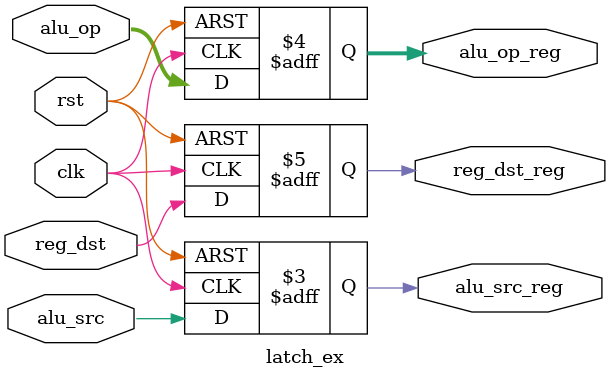
<source format=v>
`timescale 1ns / 1ps
module latch_ex(
    input clk,
	 input rst,
	 input alu_src,
    input [5:0] alu_op,
    input reg_dst,
    output reg alu_src_reg,
    output reg [5:0] alu_op_reg,
    output reg reg_dst_reg
    );

	always @(posedge clk or posedge rst) begin
		if (rst == 1) begin
			alu_src_reg	<= 0;
			alu_op_reg 	<= 0;
			reg_dst_reg <= 0;
		end
		else begin
			alu_src_reg	<= alu_src;
			alu_op_reg 	<= alu_op;
			reg_dst_reg <= reg_dst;
		end
	end

endmodule

</source>
